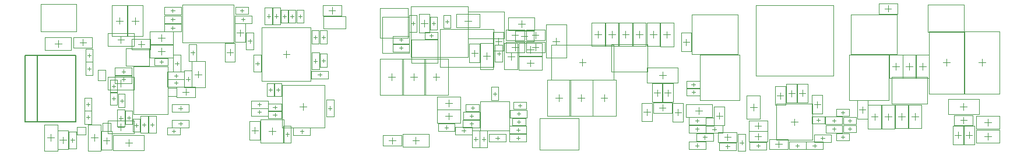
<source format=gbr>
%TF.GenerationSoftware,Altium Limited,Altium Designer,19.0.15 (446)*%
G04 Layer_Color=32768*
%FSLAX45Y45*%
%MOMM*%
%TF.FileFunction,Other,Mechanical_15*%
%TF.Part,Single*%
G01*
G75*
%TA.AperFunction,NonConductor*%
%ADD106C,0.20000*%
%ADD136C,0.10000*%
%ADD202C,0.05000*%
%ADD203C,0.05080*%
D106*
X960054Y2414052D02*
X1136055D01*
X960054Y1454052D02*
Y2414052D01*
X1136055Y1454052D02*
Y2414052D01*
X960054Y1454052D02*
X1700055D01*
Y2414052D01*
X1136055D02*
X1700055D01*
D136*
X7453434Y1322294D02*
X7563434D01*
X7453434Y1077294D02*
X7563434D01*
Y1322294D01*
X7453434Y1077294D02*
Y1322294D01*
X7508435Y1172294D02*
Y1227294D01*
X7480934Y1199794D02*
X7535934D01*
X7567734Y1322262D02*
X7677734D01*
X7567734Y1077262D02*
X7677734D01*
Y1322262D01*
X7567734Y1077262D02*
Y1322262D01*
X7622735Y1172262D02*
Y1227262D01*
X7595234Y1199762D02*
X7650234D01*
X6421087Y2497638D02*
Y2552638D01*
X6393587Y2525138D02*
X6448587D01*
X6298587Y2580138D02*
X6543587D01*
X6298587Y2470138D02*
X6543587D01*
Y2580138D01*
X6298587Y2470138D02*
Y2580138D01*
X6421087Y2616220D02*
Y2671219D01*
X6393587Y2643720D02*
X6448587D01*
X6298587Y2588719D02*
X6543587D01*
X6298587Y2698720D02*
X6543587D01*
X6298587Y2588719D02*
Y2698720D01*
X6543587Y2588719D02*
Y2698720D01*
X6837055Y2701834D02*
X6889055D01*
X6863055Y2675834D02*
Y2727834D01*
X7089580Y2881287D02*
Y2933287D01*
X7063580Y2907287D02*
X7115580D01*
X6896076Y2855287D02*
Y2907287D01*
X6870076Y2881287D02*
X6922076D01*
X6711416Y2881295D02*
X6806416D01*
X6758916Y2833795D02*
Y2928795D01*
X6568851Y2881295D02*
X6623851D01*
X6596351Y2853795D02*
Y2908795D01*
X6541351Y2758795D02*
Y3003795D01*
X6651351Y2758795D02*
Y3003795D01*
X6541351D02*
X6651351D01*
X6541351Y2758795D02*
X6651351D01*
X7395275Y2868435D02*
Y2968435D01*
X7345275Y2918435D02*
X7445275D01*
X8374355Y2663243D02*
Y2758243D01*
X8326855Y2710743D02*
X8421854D01*
X8374355Y2487223D02*
Y2582223D01*
X8326855Y2534723D02*
X8421854D01*
X8077175Y2663243D02*
Y2758243D01*
X8029675Y2710743D02*
X8124675D01*
X8077175Y2487223D02*
Y2582223D01*
X8029675Y2534723D02*
X8124675D01*
X7788375Y2621843D02*
X7883375D01*
X7835875Y2574343D02*
Y2669343D01*
X8676159Y2573426D02*
Y2673426D01*
X8626159Y2623426D02*
X8726159D01*
X2352175Y2596275D02*
Y2696275D01*
X2302175Y2646275D02*
X2402175D01*
X2302175Y2008775D02*
X2402175D01*
X2352175Y1958775D02*
Y2058775D01*
Y1323775D02*
Y1423775D01*
X2302175Y1373775D02*
X2402175D01*
X2442855Y1513815D02*
X2494855D01*
X2468855Y1487814D02*
Y1539815D01*
X3116555Y1286475D02*
Y1338475D01*
X3090554Y1312475D02*
X3142555D01*
X2752475Y1287174D02*
X2862475D01*
X2752475Y1532174D02*
X2862475D01*
X2752475Y1287174D02*
Y1532174D01*
X2862475Y1287174D02*
Y1532174D01*
X2807474Y1382175D02*
Y1437175D01*
X2779975Y1409675D02*
X2834975D01*
X3218155Y1397415D02*
Y1452414D01*
X3190655Y1424915D02*
X3245655D01*
X3095654Y1369914D02*
X3340654D01*
X3095654Y1479914D02*
X3340654D01*
Y1369914D02*
Y1479914D01*
X3095654Y1369914D02*
Y1479914D01*
X3095694Y1593874D02*
Y1703874D01*
X3340694Y1593874D02*
Y1703874D01*
X3095694D02*
X3340694D01*
X3095694Y1593874D02*
X3340694D01*
X3190694Y1648875D02*
X3245695D01*
X3218194Y1621374D02*
Y1676374D01*
X3477235Y2091194D02*
Y2191194D01*
X3427235Y2141195D02*
X3527235D01*
X3246855Y1884975D02*
X3341854D01*
X3294355Y1837475D02*
Y1932475D01*
X3299875Y2072474D02*
X3354874D01*
X3327375Y2044974D02*
Y2099974D01*
X3272374Y1949975D02*
Y2194975D01*
X3382374Y1949975D02*
Y2194975D01*
X3272374Y1949975D02*
X3382374D01*
X3272374Y2194975D02*
X3382374D01*
X3274623Y1961735D02*
Y2071735D01*
X3029623Y1961735D02*
Y2071735D01*
Y1961735D02*
X3274623D01*
X3029623Y2071735D02*
X3274623D01*
X3124622Y2016735D02*
X3179623D01*
X3152122Y1989235D02*
Y2044235D01*
X3274615Y2065875D02*
Y2175875D01*
X3029615Y2065875D02*
Y2175875D01*
Y2065875D02*
X3274615D01*
X3029615Y2175875D02*
X3274615D01*
X3124615Y2120875D02*
X3179615D01*
X3152115Y2093375D02*
Y2148375D01*
X3110515Y2177094D02*
X3220515D01*
X3110515Y2422094D02*
X3220515D01*
X3110515Y2177094D02*
Y2422094D01*
X3220515Y2177094D02*
Y2422094D01*
X3165515Y2272095D02*
Y2327095D01*
X3138015Y2299595D02*
X3193015D01*
X3340955Y2333654D02*
X3450955D01*
X3340955Y2578654D02*
X3450955D01*
X3340955Y2333654D02*
Y2578654D01*
X3450955Y2333654D02*
Y2578654D01*
X3395955Y2428655D02*
Y2483655D01*
X3368455Y2456155D02*
X3423455D01*
X2937474Y2294474D02*
Y2346474D01*
X2911474Y2320474D02*
X2963475D01*
X2887818Y2670474D02*
X2987819D01*
X2937818Y2620474D02*
Y2720474D01*
X2646655Y2530775D02*
Y2625775D01*
X2599155Y2578275D02*
X2694155D01*
X2549535Y1401235D02*
X2601535D01*
X2575535Y1375235D02*
Y1427235D01*
X2413974Y1147475D02*
X2513974D01*
X2463974Y1097475D02*
Y1197475D01*
X2143975Y1129975D02*
Y1224974D01*
X2096475Y1177474D02*
X2191475D01*
X1918975Y1219975D02*
X2018975D01*
X1968975Y1169975D02*
Y1269975D01*
X1851443Y1516355D02*
X1903442D01*
X1877443Y1490355D02*
Y1542355D01*
X2632295Y1287174D02*
X2742295D01*
X2632295Y1532174D02*
X2742295D01*
X2632295Y1287174D02*
Y1532174D01*
X2742295Y1287174D02*
Y1532174D01*
X2687295Y1382175D02*
Y1437175D01*
X2659795Y1409675D02*
X2714795D01*
X2324515Y1505535D02*
X2379515D01*
X2352015Y1478035D02*
Y1533035D01*
X2407015Y1383035D02*
Y1628035D01*
X2297015Y1383035D02*
Y1628035D01*
X2407015D01*
X2297015Y1383035D02*
X2407015D01*
X2361823Y1733647D02*
Y1785647D01*
X2335823Y1759647D02*
X2387823D01*
X2223975Y1787799D02*
X2275975D01*
X2249975Y1761799D02*
Y1813799D01*
X2512195Y2012435D02*
Y2122435D01*
X2267195Y2012435D02*
Y2122435D01*
Y2012435D02*
X2512195D01*
X2267195Y2122435D02*
X2512195D01*
X2362194Y2067435D02*
X2417195D01*
X2389694Y2039935D02*
Y2094935D01*
X2223974Y1969975D02*
X2275974D01*
X2249974Y1943975D02*
Y1995975D01*
X2512195Y2127475D02*
Y2237475D01*
X2267195Y2127475D02*
Y2237475D01*
Y2127475D02*
X2512195D01*
X2267195Y2237475D02*
X2512195D01*
X2362194Y2182475D02*
X2417195D01*
X2389694Y2154975D02*
Y2209975D01*
X1851035Y1705414D02*
X1903035D01*
X1877035Y1679414D02*
Y1731414D01*
X3227475Y2759975D02*
Y2869975D01*
X2982475Y2759975D02*
Y2869975D01*
Y2759975D02*
X3227475D01*
X2982475Y2869975D02*
X3227475D01*
X3077474Y2814975D02*
X3132475D01*
X3104974Y2787475D02*
Y2842475D01*
X3227475Y3012975D02*
Y3122975D01*
X2982475Y3012975D02*
Y3122975D01*
Y3012975D02*
X3227475D01*
X2982475Y3122975D02*
X3227475D01*
X3077474Y3067975D02*
X3132475D01*
X3104974Y3040475D02*
Y3095475D01*
X3227475Y2884975D02*
Y2994975D01*
X2982475Y2884975D02*
Y2994975D01*
Y2884975D02*
X3227475D01*
X2982475Y2994975D02*
X3227475D01*
X3077474Y2939975D02*
X3132475D01*
X3104974Y2912475D02*
Y2967475D01*
X3889475Y2462055D02*
X3984475D01*
X3936975Y2414555D02*
Y2509555D01*
X4036474Y2744540D02*
X4131474D01*
X4083974Y2697040D02*
Y2792040D01*
X4109975Y3041475D02*
Y3093475D01*
X4083974Y3067475D02*
X4135974D01*
X5239995Y2108032D02*
Y2163032D01*
X5212495Y2135532D02*
X5267495D01*
X5117495Y2190532D02*
X5362495D01*
X5117495Y2080532D02*
X5362495D01*
X5117495D02*
Y2190532D01*
X5362495Y2080532D02*
Y2190532D01*
X5269318Y2343078D02*
X5321318D01*
X5295318Y2317078D02*
Y2369078D01*
X5148995Y2334235D02*
X5203995D01*
X5176495Y2306735D02*
Y2361735D01*
X5231495Y2211734D02*
Y2456734D01*
X5121495Y2211734D02*
Y2456734D01*
X5231495D01*
X5121495Y2211734D02*
X5231495D01*
X9322275Y1795755D02*
X9422275D01*
X9372275Y1745754D02*
Y1845754D01*
X8990364Y1798073D02*
X9090364D01*
X9040364Y1748072D02*
Y1848073D01*
X8662175Y1798076D02*
X8762175D01*
X8712175Y1748076D02*
Y1848076D01*
X7433755Y1655891D02*
X7485755D01*
X7459755Y1629891D02*
Y1681890D01*
X7782475Y1835131D02*
Y1887131D01*
X7756475Y1861131D02*
X7808475D01*
X7117677Y1669975D02*
Y1769975D01*
X7067676Y1719974D02*
X7167677D01*
X8107724Y1452414D02*
X8159724D01*
X8133724Y1426414D02*
Y1478414D01*
X8121025Y1686984D02*
X8173025D01*
X8147025Y1660984D02*
Y1712984D01*
X12810475Y1228935D02*
X12862476D01*
X12836475Y1202935D02*
Y1254934D01*
X11095275Y1290423D02*
Y1400423D01*
X10850275Y1290423D02*
Y1400423D01*
Y1290423D02*
X11095275D01*
X10850275Y1400423D02*
X11095275D01*
X10945275Y1345423D02*
X11000275D01*
X10972775Y1317923D02*
Y1372923D01*
X10722475Y1319975D02*
Y1374975D01*
X10694975Y1347475D02*
X10749975D01*
X10599975Y1402475D02*
X10844975D01*
X10599975Y1292475D02*
X10844975D01*
X10599975D02*
Y1402475D01*
X10844975Y1292475D02*
Y1402475D01*
X11044975Y1489975D02*
Y1584974D01*
X10997475Y1537475D02*
X11092475D01*
X10722475Y1439975D02*
Y1494975D01*
X10694975Y1467475D02*
X10749975D01*
X10599975Y1522475D02*
X10844975D01*
X10599975Y1412475D02*
X10844975D01*
X10599975D02*
Y1522475D01*
X10844975Y1412475D02*
Y1522475D01*
X10700250Y1610102D02*
X10800250D01*
X10750250Y1560103D02*
Y1660102D01*
X9946635Y1591076D02*
X10041635D01*
X9994135Y1543576D02*
Y1638576D01*
X12179974Y1077474D02*
Y1132474D01*
X12152474Y1104974D02*
X12207474D01*
X12057474Y1049974D02*
X12302474D01*
X12057474Y1159974D02*
X12302474D01*
Y1049974D02*
Y1159974D01*
X12057474Y1049974D02*
Y1159974D01*
X11907475Y1078972D02*
Y1173971D01*
X11859975Y1126472D02*
X11954975D01*
X11608955Y1075174D02*
Y1130174D01*
X11581455Y1102674D02*
X11636455D01*
X11486455Y1047674D02*
X11731455D01*
X11486455Y1157674D02*
X11731455D01*
Y1047674D02*
Y1157674D01*
X11486455Y1047674D02*
Y1157674D01*
X11342475Y1149975D02*
X11397475D01*
X11369975Y1122475D02*
Y1177475D01*
X11424975Y1027474D02*
Y1272474D01*
X11314975Y1027474D02*
Y1272474D01*
X11424975D01*
X11314975Y1027474D02*
X11424975D01*
X10249974Y1871757D02*
X10344974D01*
X10297474Y1824257D02*
Y1919257D01*
X10219975Y1609334D02*
Y1704333D01*
X10172475Y1656833D02*
X10267475D01*
X10094974Y1871757D02*
X10189975D01*
X10142475Y1824257D02*
Y1919257D01*
X10396955Y1588808D02*
X10491955D01*
X10444455Y1541308D02*
Y1636308D01*
X10836084Y1199975D02*
Y1254975D01*
X10808584Y1227475D02*
X10863584D01*
X10713584Y1282475D02*
X10958584D01*
X10713584Y1172475D02*
X10958584D01*
X10713584D02*
Y1282475D01*
X10958584Y1172475D02*
Y1282475D01*
X10722475Y1079974D02*
Y1134974D01*
X10694975Y1107474D02*
X10749975D01*
X10599975Y1162474D02*
X10844975D01*
X10599975Y1052474D02*
X10844975D01*
X10599975D02*
Y1162474D01*
X10844975Y1052474D02*
Y1162474D01*
X11164426Y1179975D02*
Y1274974D01*
X11116926Y1227475D02*
X11211927D01*
X11165195Y1065813D02*
Y1120813D01*
X11137695Y1093313D02*
X11192695D01*
X11042695Y1038313D02*
X11287695D01*
X11042695Y1148313D02*
X11287695D01*
Y1038313D02*
Y1148313D01*
X11042695Y1038313D02*
Y1148313D01*
X12810474Y1586295D02*
X12862474D01*
X12836475Y1560295D02*
Y1612295D01*
X12914973Y1468795D02*
X12966974D01*
X12940974Y1442795D02*
Y1494795D01*
X12429974Y1077474D02*
Y1132474D01*
X12402474Y1104974D02*
X12457474D01*
X12307474Y1049974D02*
X12552474D01*
X12307474Y1159974D02*
X12552474D01*
Y1049974D02*
Y1159974D01*
X12307474Y1049974D02*
Y1159974D01*
X12544975Y1184935D02*
Y1239935D01*
X12517475Y1212435D02*
X12572475D01*
X12422475Y1267435D02*
X12667475D01*
X12422475Y1157435D02*
X12667475D01*
X12422475D02*
Y1267435D01*
X12667475Y1157435D02*
Y1267435D01*
X12456475Y1477635D02*
X12508475D01*
X12482475Y1451635D02*
Y1503635D01*
X12710974Y1441295D02*
Y1496295D01*
X12683474Y1468795D02*
X12738474D01*
X12588474Y1523795D02*
X12833475D01*
X12588474Y1413795D02*
X12833475D01*
X12588474D02*
Y1523795D01*
X12833475Y1413795D02*
Y1523795D01*
X5103115Y1258474D02*
Y1368475D01*
X4858115Y1258474D02*
Y1368475D01*
Y1258474D02*
X5103115D01*
X4858115Y1368475D02*
X5103115D01*
X4953115Y1313474D02*
X5008115D01*
X4980615Y1285975D02*
Y1340974D01*
X2887818Y2475475D02*
X2987818D01*
X2937818Y2425474D02*
Y2525475D01*
X1863735Y2225015D02*
X1915735D01*
X1889735Y2199015D02*
Y2251015D01*
X1863735Y2418055D02*
X1915735D01*
X1889735Y2392054D02*
Y2444055D01*
X1439875Y2533779D02*
Y2633779D01*
X1389875Y2583779D02*
X1489875D01*
X1620935Y1186343D02*
X1675935D01*
X1648435Y1158842D02*
Y1213843D01*
X1703435Y1063842D02*
Y1308842D01*
X1593435Y1063842D02*
Y1308842D01*
X1703435D01*
X1593435Y1063842D02*
X1703435D01*
X1462375Y1186335D02*
X1557375D01*
X1509875Y1138835D02*
Y1233835D01*
X1284875Y1221255D02*
X1384875D01*
X1334875Y1171254D02*
Y1271255D01*
X1800835Y2556303D02*
Y2651304D01*
X1753335Y2603804D02*
X1848335D01*
X2330636Y2869831D02*
Y2969831D01*
X2280636Y2919831D02*
X2380636D01*
X2562686Y2868435D02*
Y2968435D01*
X2512686Y2918435D02*
X2612686D01*
X8302475Y2252475D02*
Y2352475D01*
X8252474Y2302475D02*
X8352475D01*
X8303724Y2449975D02*
Y2549975D01*
X8253724Y2499975D02*
X8353724D01*
X8018642Y2352337D02*
Y2452337D01*
X7968642Y2402337D02*
X8068642D01*
X7614975Y2407474D02*
X7714974D01*
X7664975Y2357475D02*
Y2457475D01*
X7489975Y2399975D02*
Y2494974D01*
X7442475Y2447475D02*
X7537475D01*
X8130515Y1541755D02*
Y1596754D01*
X8103015Y1569255D02*
X8158015D01*
X8008014Y1514255D02*
X8253014D01*
X8008014Y1624255D02*
X8253014D01*
Y1514255D02*
Y1624255D01*
X8008014Y1514255D02*
Y1624255D01*
X8121025Y1306667D02*
Y1361667D01*
X8093525Y1334167D02*
X8148525D01*
X7998525Y1389167D02*
X8243525D01*
X7998525Y1279167D02*
X8243525D01*
X7998525D02*
Y1389167D01*
X8243525Y1279167D02*
Y1389167D01*
X8121594Y1187141D02*
Y1242141D01*
X8094094Y1214641D02*
X8149094D01*
X7999094Y1159641D02*
X8244094D01*
X7999094Y1269641D02*
X8244094D01*
Y1159641D02*
Y1269641D01*
X7999094Y1159641D02*
Y1269641D01*
X7210454Y1268314D02*
Y1378314D01*
X7455454Y1268314D02*
Y1378314D01*
X7210454D02*
X7455454D01*
X7210454Y1268314D02*
X7455454D01*
X7305455Y1323315D02*
X7360455D01*
X7332955Y1295815D02*
Y1350814D01*
X7444715Y1395654D02*
Y1450654D01*
X7417215Y1423154D02*
X7472215D01*
X7322214Y1368154D02*
X7567214D01*
X7322214Y1478154D02*
X7567214D01*
Y1368154D02*
Y1478154D01*
X7322214Y1368154D02*
Y1478154D01*
X7445475Y1508875D02*
Y1563875D01*
X7417975Y1536375D02*
X7472975D01*
X7322975Y1591375D02*
X7567975D01*
X7322975Y1481375D02*
X7567975D01*
X7322975D02*
Y1591375D01*
X7567975Y1481375D02*
Y1591375D01*
X7822475Y1187141D02*
Y1242141D01*
X7794975Y1214641D02*
X7849975D01*
X7699975Y1269641D02*
X7944975D01*
X7699975Y1159641D02*
X7944975D01*
X7699975D02*
Y1269641D01*
X7944975Y1159641D02*
Y1269641D01*
X6958994Y1314034D02*
Y1424034D01*
X7203994Y1314034D02*
Y1424034D01*
X6958994D02*
X7203994D01*
X6958994Y1314034D02*
X7203994D01*
X7053995Y1369035D02*
X7108995D01*
X7081495Y1341535D02*
Y1396534D01*
X7117677Y1482475D02*
Y1582475D01*
X7067676Y1532474D02*
X7167677D01*
X6636195Y1128535D02*
Y1228534D01*
X6586195Y1178535D02*
X6686195D01*
X6293295Y1131038D02*
Y1226038D01*
X6245795Y1178538D02*
X6340795D01*
X6237475Y2104392D02*
X6337475D01*
X6287475Y2054392D02*
Y2154392D01*
X6559975Y2104392D02*
X6659975D01*
X6609975Y2054392D02*
Y2154392D01*
X6882475Y2104392D02*
X6982475D01*
X6932475Y2054392D02*
Y2154392D01*
X7814975Y2442475D02*
X7869975D01*
X7842475Y2414975D02*
Y2469975D01*
X7897475Y2319975D02*
Y2564975D01*
X7787475Y2319975D02*
Y2564975D01*
X7897475D01*
X7787475Y2319975D02*
X7897475D01*
X4250155Y1325855D02*
X4345155D01*
X4297655Y1278355D02*
Y1373355D01*
X4552755Y1263474D02*
Y1363474D01*
X4502755Y1313474D02*
X4602755D01*
X4740255Y1271301D02*
X4795255D01*
X4767755Y1243801D02*
Y1298801D01*
X4712755Y1148801D02*
Y1393801D01*
X4822755Y1148801D02*
Y1393801D01*
X4712755Y1148801D02*
X4822755D01*
X4712755Y1393801D02*
X4822755D01*
X5000935Y1624154D02*
Y1724155D01*
X4950935Y1674154D02*
X5050935D01*
X5362355Y1649154D02*
X5417355D01*
X5389855Y1621654D02*
Y1676655D01*
X5444855Y1526654D02*
Y1771654D01*
X5334855Y1526654D02*
Y1771654D01*
X5444855D01*
X5334855Y1526654D02*
X5444855D01*
X4588359Y1525313D02*
Y1577313D01*
X4562359Y1551313D02*
X4614359D01*
X4588359Y1639613D02*
Y1691613D01*
X4562359Y1665613D02*
X4614359D01*
X4606359Y1919014D02*
X4658359D01*
X4632359Y1893014D02*
Y1945014D01*
X4499631Y1919014D02*
X4551631D01*
X4525631Y1893014D02*
Y1945014D01*
X4242475Y1539174D02*
Y1649175D01*
X4487475Y1539174D02*
Y1649175D01*
X4242475D02*
X4487475D01*
X4242475Y1539174D02*
X4487475D01*
X4337475Y1594175D02*
X4392475D01*
X4364975Y1566675D02*
Y1621674D01*
Y1676675D02*
Y1731674D01*
X4337475Y1704175D02*
X4392475D01*
X4242475Y1649175D02*
X4487475D01*
X4242475Y1759175D02*
X4487475D01*
Y1649175D02*
Y1759175D01*
X4242475Y1649175D02*
Y1759175D01*
X4308255Y2298675D02*
X4363254D01*
X4335755Y2271175D02*
Y2326175D01*
X4280754Y2176175D02*
Y2421175D01*
X4390754Y2176175D02*
Y2421175D01*
X4280754Y2176175D02*
X4390754D01*
X4280754Y2421175D02*
X4390754D01*
X5295335Y2656474D02*
Y2708475D01*
X5269335Y2682474D02*
X5321335D01*
X5176495Y2656215D02*
Y2708215D01*
X5150495Y2682215D02*
X5202495D01*
X4756455Y2381110D02*
Y2481110D01*
X4706454Y2431110D02*
X4806454D01*
X4168994Y2746840D02*
X4278994D01*
X4168994Y2501840D02*
X4278994D01*
Y2746840D01*
X4168994Y2501840D02*
Y2746840D01*
X4223995Y2596840D02*
Y2651840D01*
X4196495Y2624340D02*
X4251494D01*
X4928454Y2985706D02*
X4980454D01*
X4954454Y2959706D02*
Y3011706D01*
X4814154Y2985706D02*
X4866154D01*
X4840154Y2959706D02*
Y3011706D01*
X4699854Y2985706D02*
X4751854D01*
X4725854Y2959706D02*
Y3011706D01*
X4554975Y2864975D02*
X4664975D01*
X4554975Y3109975D02*
X4664975D01*
X4554975Y2864975D02*
Y3109975D01*
X4664975Y2864975D02*
Y3109975D01*
X4609975Y2959975D02*
Y3014975D01*
X4582475Y2987475D02*
X4637475D01*
X4442475Y2864975D02*
X4552475D01*
X4442475Y3109975D02*
X4552475D01*
X4442475Y2864975D02*
Y3109975D01*
X4552475Y2864975D02*
Y3109975D01*
X4497475Y2959975D02*
Y3014975D01*
X4469975Y2987475D02*
X4524975D01*
X4004974Y2884974D02*
Y2994974D01*
X4249974Y2884974D02*
Y2994974D01*
X4004974D02*
X4249974D01*
X4004974Y2884974D02*
X4249974D01*
X4099975Y2939975D02*
X4154975D01*
X4127475Y2912474D02*
Y2967474D01*
X5420335Y3021211D02*
Y3116211D01*
X5372835Y3068711D02*
X5467835D01*
X8172998Y2825655D02*
Y2925655D01*
X8122998Y2875655D02*
X8222998D01*
X8212175Y2649955D02*
Y2744955D01*
X8164675Y2697455D02*
X8259674D01*
X10219974Y2079257D02*
Y2179257D01*
X10169975Y2129257D02*
X10269974D01*
X10234988Y2717195D02*
X10334988D01*
X10284988Y2667195D02*
Y2767195D01*
X10036760Y2718338D02*
X10136760D01*
X10086760Y2668338D02*
Y2768338D01*
X9835689Y2718338D02*
X9935689D01*
X9885689Y2668338D02*
Y2768338D01*
X9634618Y2718338D02*
X9734618D01*
X9684618Y2668338D02*
Y2768338D01*
X9433547Y2718338D02*
X9533547D01*
X9483546Y2668338D02*
Y2768338D01*
X9235505Y2721221D02*
X9335505D01*
X9285505Y2671221D02*
Y2771221D01*
X11607475Y1346935D02*
Y1441934D01*
X11559975Y1394435D02*
X11654975D01*
X11607475Y1190279D02*
Y1285279D01*
X11559975Y1237779D02*
X11654975D01*
X10641395Y1991996D02*
X10693395D01*
X10667395Y1965996D02*
Y2017996D01*
X10641975Y1883096D02*
X10693975D01*
X10667975Y1857096D02*
Y1909096D01*
X10517475Y2609975D02*
X10612475D01*
X10564975Y2562475D02*
Y2657475D01*
X11489974Y1661135D02*
X11589975D01*
X11539975Y1611134D02*
Y1711135D01*
X12137475Y1397475D02*
Y1497475D01*
X12087475Y1447475D02*
X12187475D01*
X12421335Y1704315D02*
X12516334D01*
X12468835Y1656815D02*
Y1751815D01*
X12204021Y1868651D02*
X12299021D01*
X12251521Y1821151D02*
Y1916151D01*
X12047615Y1863909D02*
X12142615D01*
X12095115Y1816409D02*
Y1911408D01*
X11882855Y1828775D02*
X11977854D01*
X11930355Y1781275D02*
Y1876275D01*
X14946126Y1391110D02*
Y1491110D01*
X14896126Y1441110D02*
X14996126D01*
X14946126Y1188610D02*
Y1288610D01*
X14896126Y1238610D02*
X14996126D01*
X14466216Y1257475D02*
X14561215D01*
X14513715Y1209975D02*
Y1304975D01*
X14626215Y1257475D02*
X14721214D01*
X14673715Y1209975D02*
Y1304975D01*
X14593715Y1424975D02*
Y1519975D01*
X14546214Y1472475D02*
X14641216D01*
X14593715Y1622475D02*
Y1722475D01*
X14543715Y1672475D02*
X14643715D01*
X13076157Y1625575D02*
X13171156D01*
X13123656Y1578075D02*
Y1673075D01*
X12711475Y1318935D02*
Y1373935D01*
X12683975Y1346434D02*
X12738975D01*
X12588975Y1401435D02*
X12833975D01*
X12588975Y1291435D02*
X12833975D01*
X12588975D02*
Y1401435D01*
X12833975Y1291435D02*
Y1401435D01*
X13250127Y1523555D02*
X13350127D01*
X13300127Y1473555D02*
Y1573555D01*
X12914954Y1346434D02*
X12966956D01*
X12940955Y1320434D02*
Y1372434D01*
X13447626Y1523555D02*
X13547626D01*
X13497626Y1473555D02*
Y1573555D01*
X13645126Y1524770D02*
X13745126D01*
X13695126Y1474770D02*
Y1574770D01*
X13890126Y1474770D02*
Y1574770D01*
X13840126Y1524770D02*
X13940126D01*
X14298434Y2312473D02*
X14398434D01*
X14348434Y2262472D02*
Y2362473D01*
X14808975Y2312465D02*
X14908975D01*
X14858975Y2262464D02*
Y2362464D01*
X13947475Y2257475D02*
X14047475D01*
X13997475Y2207475D02*
Y2307475D01*
X13754974Y2258338D02*
X13854974D01*
X13804974Y2208338D02*
Y2308338D01*
X13562476Y2257475D02*
X13662476D01*
X13612474Y2207475D02*
Y2307475D01*
X13497475Y3047474D02*
Y3142474D01*
X13449976Y3094975D02*
X13544975D01*
X9057615Y2263376D02*
Y2363377D01*
X9007615Y2313376D02*
X9107615D01*
D202*
X6986080Y2248906D02*
X7767080D01*
X6986080Y2798906D02*
X7767080D01*
X6986080Y2248906D02*
Y2798906D01*
X7767080Y2248906D02*
Y2798906D01*
X6958016Y2305475D02*
Y2647475D01*
X6573016Y2305475D02*
X6958016D01*
X6573016D02*
Y2647475D01*
X6958016D01*
X6768055Y2651834D02*
Y2751834D01*
X6958055Y2651834D02*
Y2751834D01*
X6768055Y2651834D02*
X6958055D01*
X6768055Y2751834D02*
X6958055D01*
X7039580Y3002287D02*
X7139580D01*
X7039580Y2812287D02*
X7139580D01*
X7039580D02*
Y3002287D01*
X7139580Y2812287D02*
Y3002287D01*
X6846076Y2976287D02*
X6946076D01*
X6846076Y2786287D02*
X6946076D01*
X6846076D02*
Y2976287D01*
X6946076Y2786287D02*
Y2976287D01*
X6833916Y2746295D02*
Y3016295D01*
X6683916Y2746295D02*
Y3016295D01*
Y2746295D02*
X6833916D01*
X6683916Y3016295D02*
X6833916D01*
X7225275Y3013435D02*
X7565275D01*
X7225275Y2823435D02*
X7565275D01*
Y3013435D01*
X7225275Y2823435D02*
Y3013435D01*
X8239354Y2785743D02*
X8509355D01*
X8239354Y2635743D02*
X8509355D01*
Y2785743D01*
X8239354Y2635743D02*
Y2785743D01*
Y2609723D02*
X8509355D01*
X8239354Y2459723D02*
X8509355D01*
Y2609723D01*
X8239354Y2459723D02*
Y2609723D01*
X7942175Y2635743D02*
X8212175D01*
X7942175Y2785743D02*
X8212175D01*
X7942175Y2635743D02*
Y2785743D01*
X8212175Y2635743D02*
Y2785743D01*
X7942175Y2459723D02*
X8212175D01*
X7942175Y2609723D02*
X8212175D01*
X7942175Y2459723D02*
Y2609723D01*
X8212175Y2459723D02*
Y2609723D01*
X7910875Y2486843D02*
Y2756843D01*
X7760875Y2486843D02*
Y2756843D01*
Y2486843D02*
X7910875D01*
X7760875Y2756843D02*
X7910875D01*
X8526159Y2383426D02*
X8826159D01*
X8526159Y2863426D02*
X8826159D01*
Y2383426D02*
Y2863426D01*
X8526159Y2383426D02*
Y2863426D01*
X2161675Y2741275D02*
X2542675D01*
X2161675Y2551275D02*
X2542675D01*
Y2741275D01*
X2161675Y2551275D02*
Y2741275D01*
Y1913775D02*
Y2103775D01*
X2542675Y1913775D02*
Y2103775D01*
X2161675Y1913775D02*
X2542675D01*
X2161675Y2103775D02*
X2542675D01*
X2161675Y1468775D02*
X2542675D01*
X2161675Y1278775D02*
X2542675D01*
Y1468775D01*
X2161675Y1278775D02*
Y1468775D01*
X2418854Y1418815D02*
Y1608814D01*
X2518854Y1418815D02*
Y1608814D01*
X2418854Y1418815D02*
X2518854D01*
X2418854Y1608814D02*
X2518854D01*
X3021555Y1362475D02*
X3211554D01*
X3021555Y1262475D02*
X3211554D01*
X3021555D02*
Y1362475D01*
X3211554Y1262475D02*
Y1362475D01*
X3382235Y2331695D02*
X3572235D01*
X3382235Y1950695D02*
X3572235D01*
Y2331695D01*
X3382235Y1950695D02*
Y2331695D01*
X3159354Y1809975D02*
Y1959975D01*
X3429355Y1809975D02*
Y1959975D01*
X3159354D02*
X3429355D01*
X3159354Y1809975D02*
X3429355D01*
X3034235Y1941654D02*
X3158234D01*
Y1827655D02*
Y1941654D01*
X3034235Y1827655D02*
X3158234D01*
X3034235D02*
Y1941654D01*
X2842475Y2270474D02*
X3032475D01*
X2842475Y2370474D02*
X3032475D01*
Y2270474D02*
Y2370474D01*
X2842475Y2270474D02*
Y2370474D01*
X3107819Y2575474D02*
Y2765474D01*
X2767818Y2575474D02*
Y2765474D01*
Y2575474D02*
X3107819D01*
X2767818Y2765474D02*
X3107819D01*
X2511655Y2503275D02*
X2781655D01*
X2511655Y2653275D02*
X2781655D01*
Y2503275D02*
Y2653275D01*
X2511655Y2503275D02*
Y2653275D01*
X2537955Y1560414D02*
X3032955D01*
Y2255415D01*
X2537955D02*
X3032955D01*
X2537955Y1560414D02*
Y2255415D01*
X2625535Y1306235D02*
Y1496235D01*
X2525535Y1306235D02*
Y1496235D01*
X2625535D01*
X2525535Y1306235D02*
X2625535D01*
X2238974Y1037475D02*
Y1257475D01*
X2688974Y1037475D02*
Y1257475D01*
X2238974D02*
X2688974D01*
X2238974Y1037475D02*
X2688974D01*
X2068975Y1312475D02*
X2218975D01*
X2068975Y1042474D02*
X2218975D01*
Y1312475D01*
X2068975Y1042474D02*
Y1312475D01*
X1873975Y1029475D02*
Y1410475D01*
X2063975Y1029475D02*
Y1410475D01*
X1873975Y1029475D02*
X2063975D01*
X1873975Y1410475D02*
X2063975D01*
X1927443Y1421355D02*
Y1611355D01*
X1827443Y1421355D02*
Y1611355D01*
X1927443D01*
X1827443Y1421355D02*
X1927443D01*
X2201974Y1312975D02*
Y1436975D01*
X2087974Y1312975D02*
X2201974D01*
X2087974D02*
Y1436975D01*
X2201974D01*
X2311823Y1854647D02*
X2411823D01*
X2311823Y1664647D02*
X2411823D01*
Y1854647D01*
X2311823Y1664647D02*
Y1854647D01*
X2199975Y1692799D02*
Y1882799D01*
X2299975Y1692799D02*
Y1882799D01*
X2199975Y1692799D02*
X2299975D01*
X2199975Y1882799D02*
X2299975D01*
Y1874975D02*
Y2064975D01*
X2199975Y1874975D02*
Y2064975D01*
X2299975D01*
X2199975Y1874975D02*
X2299975D01*
X2017615Y2051435D02*
Y2201435D01*
Y2051435D02*
X2127614D01*
Y2201435D01*
X2017615D02*
X2127614D01*
X1827034Y1610414D02*
Y1800414D01*
X1927034Y1610414D02*
Y1800414D01*
X1827034Y1610414D02*
X1927034D01*
X1827034Y1800414D02*
X1927034D01*
X3246475Y3152475D02*
X3988475D01*
X3246475Y2602475D02*
X3988475D01*
X3246475D02*
Y3152475D01*
X3988475Y2602475D02*
Y3152475D01*
X3861975Y2327055D02*
Y2597055D01*
X4011975Y2327055D02*
Y2597055D01*
X3861975Y2327055D02*
X4011975D01*
X3861975Y2597055D02*
X4011975D01*
X4008974Y2609540D02*
Y2879540D01*
X4158974Y2609540D02*
Y2879540D01*
X4008974Y2609540D02*
X4158974D01*
X4008974Y2879540D02*
X4158974D01*
X4014974Y3117475D02*
X4204974D01*
X4014974Y3017475D02*
X4204974D01*
X4014974D02*
Y3117475D01*
X4204974Y3017475D02*
Y3117475D01*
X5345318Y2248078D02*
Y2438078D01*
X5245318Y2248078D02*
Y2438078D01*
X5345318D01*
X5245318Y2248078D02*
X5345318D01*
X9542275Y1534755D02*
Y2056755D01*
X9202275Y1534755D02*
Y2056755D01*
X9542275D01*
X9202275Y1534755D02*
X9542275D01*
X9210364Y1537073D02*
Y2059073D01*
X8870364Y1537073D02*
Y2059073D01*
X9210364D01*
X8870364Y1537073D02*
X9210364D01*
X8882175Y1537076D02*
Y2059076D01*
X8542175Y1537076D02*
Y2059076D01*
X8882175D01*
X8542175Y1537076D02*
X8882175D01*
X7554755Y1605891D02*
Y1705891D01*
X7364755Y1605891D02*
Y1705891D01*
Y1605891D02*
X7554755D01*
X7364755Y1705891D02*
X7554755D01*
X7732475Y1956131D02*
X7832475D01*
X7732475Y1766131D02*
X7832475D01*
Y1956131D01*
X7732475Y1766131D02*
Y1956131D01*
X6947676Y1624975D02*
X7287677D01*
X6947676Y1814975D02*
X7287677D01*
Y1624975D02*
Y1814975D01*
X6947676Y1624975D02*
Y1814975D01*
X7571975Y1745475D02*
X7992975D01*
X7571975Y1324475D02*
X7992975D01*
X7571975D02*
Y1745475D01*
X7992975Y1324475D02*
Y1745475D01*
X8228724Y1402415D02*
Y1502415D01*
X8038724Y1402415D02*
Y1502415D01*
Y1402415D02*
X8228724D01*
X8038724Y1502415D02*
X8228724D01*
X8052025Y1636984D02*
Y1736984D01*
X8242025Y1636984D02*
Y1736984D01*
X8052025D02*
X8242025D01*
X8052025Y1636984D02*
X8242025D01*
X12931474Y1178935D02*
Y1278935D01*
X12741475Y1178935D02*
Y1278935D01*
Y1178935D02*
X12931474D01*
X12741475Y1278935D02*
X12931474D01*
X10969975Y1402474D02*
X11119974D01*
X10969975Y1672475D02*
X11119974D01*
X10969975Y1402474D02*
Y1672475D01*
X11119974Y1402474D02*
Y1672475D01*
X10559750Y1515102D02*
Y1705103D01*
X10940750Y1515102D02*
Y1705103D01*
X10559750D02*
X10940750D01*
X10559750Y1515102D02*
X10940750D01*
X10069135Y1456076D02*
Y1726076D01*
X9919135Y1456076D02*
Y1726076D01*
X10069135D01*
X9919135Y1456076D02*
X10069135D01*
X11772475Y1051472D02*
X12042475D01*
X11772475Y1201472D02*
X12042475D01*
Y1051472D02*
Y1201472D01*
X11772475Y1051472D02*
Y1201472D01*
X10372474Y1736757D02*
Y2006757D01*
X10222474Y1736757D02*
Y2006757D01*
X10372474D01*
X10222474Y1736757D02*
X10372474D01*
X10084975Y1731833D02*
X10354975D01*
X10084975Y1581834D02*
X10354975D01*
X10084975D02*
Y1731833D01*
X10354975Y1581834D02*
Y1731833D01*
X10217474Y1736757D02*
Y2006757D01*
X10067474Y1736757D02*
Y2006757D01*
X10217474D01*
X10067474Y1736757D02*
X10217474D01*
X10519455Y1453808D02*
Y1723808D01*
X10369455Y1453808D02*
Y1723808D01*
X10519455D01*
X10369455Y1453808D02*
X10519455D01*
X11029427Y1152474D02*
X11299426D01*
X11029427Y1302474D02*
X11299426D01*
Y1152474D02*
Y1302474D01*
X11029427Y1152474D02*
Y1302474D01*
X12931474Y1536295D02*
Y1636295D01*
X12741474Y1536295D02*
Y1636295D01*
Y1536295D02*
X12931474D01*
X12741474Y1636295D02*
X12931474D01*
X13035974Y1418795D02*
Y1518795D01*
X12845975Y1418795D02*
Y1518795D01*
Y1418795D02*
X13035974D01*
X12845975Y1518795D02*
X13035974D01*
X12387475Y1427634D02*
Y1527634D01*
X12577475Y1427634D02*
Y1527634D01*
X12387475D02*
X12577475D01*
X12387475Y1427634D02*
X12577475D01*
X3107818Y2380475D02*
Y2570474D01*
X2767818Y2380475D02*
Y2570474D01*
Y2380475D02*
X3107818D01*
X2767818Y2570474D02*
X3107818D01*
X2427474Y2514975D02*
X2762475D01*
X2427474Y2264975D02*
X2762475D01*
X2427474D02*
Y2514975D01*
X2762475Y2264975D02*
Y2514975D01*
X1939735Y2130015D02*
Y2320015D01*
X1839735Y2130015D02*
Y2320015D01*
X1939735D01*
X1839735Y2130015D02*
X1939735D01*
X1839734Y2323055D02*
Y2513054D01*
X1939734Y2323055D02*
Y2513054D01*
X1839734Y2323055D02*
X1939734D01*
X1839734Y2513054D02*
X1939734D01*
X1249375Y2488779D02*
X1630375D01*
X1249375Y2678779D02*
X1630375D01*
Y2488779D02*
Y2678779D01*
X1249375Y2488779D02*
Y2678779D01*
X1434875Y1051335D02*
Y1321335D01*
X1584875Y1051335D02*
Y1321335D01*
X1434875Y1051335D02*
X1584875D01*
X1434875Y1321335D02*
X1584875D01*
X1715975Y1261235D02*
X1839974D01*
X1715975D02*
Y1375234D01*
X1839974D01*
Y1261235D02*
Y1375234D01*
X1239875Y1030755D02*
Y1411755D01*
X1429875Y1030755D02*
Y1411755D01*
X1239875Y1030755D02*
X1429875D01*
X1239875Y1411755D02*
X1429875D01*
X1665835Y2678803D02*
X1935835D01*
X1665835Y2528803D02*
X1935835D01*
X1665835D02*
Y2678803D01*
X1935835Y2528803D02*
Y2678803D01*
X1187775Y3160655D02*
X1707775D01*
Y2767655D02*
Y3160655D01*
X1187775Y2767655D02*
X1707775D01*
X1187775D02*
Y3160655D01*
X2220636Y2694831D02*
X2440636D01*
X2220636Y3144831D02*
X2440636D01*
X2220636Y2694831D02*
Y3144831D01*
X2440636Y2694831D02*
Y3144831D01*
X2452686Y2693435D02*
X2672686D01*
X2452686Y3143435D02*
X2672686D01*
X2452686Y2693435D02*
Y3143435D01*
X2672686Y2693435D02*
Y3143435D01*
X8132474Y2207475D02*
X8472475D01*
X8132474Y2397475D02*
X8472475D01*
Y2207475D02*
Y2397475D01*
X8132474Y2207475D02*
Y2397475D01*
X8133724Y2404975D02*
X8473724D01*
X8133724Y2594975D02*
X8473724D01*
Y2404975D02*
Y2594975D01*
X8133724Y2404975D02*
Y2594975D01*
X7923642Y2211837D02*
X8113642D01*
X7923642Y2592837D02*
X8113642D01*
X7923642Y2211837D02*
Y2592837D01*
X8113642Y2211837D02*
Y2592837D01*
X7759975Y2216974D02*
Y2597974D01*
X7569974Y2216974D02*
Y2597974D01*
X7759975D01*
X7569974Y2216974D02*
X7759975D01*
X7414975Y2312474D02*
X7564974D01*
X7414975Y2582475D02*
X7564974D01*
X7414975Y2312474D02*
Y2582475D01*
X7564974Y2312474D02*
Y2582475D01*
X6947676Y1437475D02*
X7287677D01*
X6947676Y1627475D02*
X7287677D01*
Y1437475D02*
Y1627475D01*
X6947676Y1437475D02*
Y1627475D01*
X6445695Y1273535D02*
X6826695D01*
X6445695Y1083535D02*
X6826695D01*
X6445695D02*
Y1273535D01*
X6826695Y1083535D02*
Y1273535D01*
X6158295Y1103539D02*
X6428295D01*
X6158295Y1253539D02*
X6428295D01*
Y1103539D02*
Y1253539D01*
X6158295Y1103539D02*
Y1253539D01*
X6117475Y1843392D02*
Y2365392D01*
X6457475Y1843392D02*
Y2365392D01*
X6117475Y1843392D02*
X6457475D01*
X6117475Y2365392D02*
X6457475D01*
X6439975Y1843392D02*
Y2365392D01*
X6779975Y1843392D02*
Y2365392D01*
X6439975Y1843392D02*
X6779975D01*
X6439975Y2365392D02*
X6779975D01*
X6762475Y1843392D02*
Y2365392D01*
X7102475Y1843392D02*
Y2365392D01*
X6762475Y1843392D02*
X7102475D01*
X6762475Y2365392D02*
X7102475D01*
X7395535Y2658435D02*
X7915535D01*
X7395535D02*
Y3051435D01*
X7915535D01*
Y2658435D02*
Y3051435D01*
X6562475Y3130891D02*
X7392475D01*
X6562475Y2390891D02*
Y3130891D01*
Y2390891D02*
X7392475D01*
Y3130891D01*
X4222655Y1190855D02*
Y1460855D01*
X4372655Y1190855D02*
Y1460855D01*
X4222655Y1190855D02*
X4372655D01*
X4222655Y1460855D02*
X4372655D01*
X4382755Y1143474D02*
X4722755D01*
X4382755Y1483474D02*
X4722755D01*
X4382755Y1143474D02*
Y1483474D01*
X4722755Y1143474D02*
Y1483474D01*
X4693435Y1366654D02*
X5308435D01*
X4693435Y1981654D02*
X5308435D01*
Y1366654D02*
Y1981654D01*
X4693435Y1366654D02*
Y1981654D01*
X4493359Y1501313D02*
X4683359D01*
X4493359Y1601313D02*
X4683359D01*
Y1501313D02*
Y1601313D01*
X4493359Y1501313D02*
Y1601313D01*
Y1615613D02*
X4683359D01*
X4493359Y1715613D02*
X4683359D01*
Y1615613D02*
Y1715613D01*
X4493359Y1615613D02*
Y1715613D01*
X4682359Y1824014D02*
Y2014014D01*
X4582359Y1824014D02*
Y2014014D01*
X4682359D01*
X4582359Y1824014D02*
X4682359D01*
X4575631D02*
Y2014014D01*
X4475631Y1824014D02*
Y2014014D01*
X4575631D01*
X4475631Y1824014D02*
X4575631D01*
X5245335Y2587475D02*
X5345335D01*
X5245335Y2777475D02*
X5345335D01*
X5245335Y2587475D02*
Y2777475D01*
X5345335Y2587475D02*
Y2777475D01*
X5126495Y2587215D02*
X5226495D01*
X5126495Y2777215D02*
X5226495D01*
X5126495Y2587215D02*
Y2777215D01*
X5226495Y2587215D02*
Y2777215D01*
X4401454Y2041110D02*
X5111455D01*
X4401454Y2821110D02*
X5111455D01*
X4401454Y2041110D02*
Y2821110D01*
X5111455Y2041110D02*
Y2821110D01*
X4904454Y2890706D02*
Y3080706D01*
X5004454Y2890706D02*
Y3080706D01*
X4904454Y2890706D02*
X5004454D01*
X4904454Y3080706D02*
X5004454D01*
X4790154Y2890706D02*
Y3080706D01*
X4890154Y2890706D02*
Y3080706D01*
X4790154Y2890706D02*
X4890154D01*
X4790154Y3080706D02*
X4890154D01*
X4675854Y2890706D02*
Y3080706D01*
X4775854Y2890706D02*
Y3080706D01*
X4675854Y2890706D02*
X4775854D01*
X4675854Y3080706D02*
X4775854D01*
X5298435Y2983075D02*
X5618435D01*
Y2808075D02*
Y2983075D01*
X5298435Y2808075D02*
X5618435D01*
X5298435D02*
Y2983075D01*
X5285335Y3143711D02*
X5555335D01*
X5285335Y2993711D02*
X5555335D01*
X5285335D02*
Y3143711D01*
X5555335Y2993711D02*
Y3143711D01*
X7982498Y2780655D02*
X8363498D01*
X7982498Y2970655D02*
X8363498D01*
Y2780655D02*
Y2970655D01*
X7982498Y2780655D02*
Y2970655D01*
X8077174Y2622455D02*
X8347175D01*
X8077174Y2772455D02*
X8347175D01*
Y2622455D02*
Y2772455D01*
X8077174Y2622455D02*
Y2772455D01*
X9994974Y2019257D02*
X10444975D01*
X9994974Y2239257D02*
X10444975D01*
Y2019257D02*
Y2239257D01*
X9994974Y2019257D02*
Y2239257D01*
X10189989Y2547195D02*
Y2887195D01*
X10379988Y2547195D02*
Y2887195D01*
X10189989Y2547195D02*
X10379988D01*
X10189989Y2887195D02*
X10379988D01*
X9991760Y2548338D02*
Y2888338D01*
X10181760Y2548338D02*
Y2888338D01*
X9991760Y2548338D02*
X10181760D01*
X9991760Y2888338D02*
X10181760D01*
X9790689Y2548338D02*
Y2888338D01*
X9980689Y2548338D02*
Y2888338D01*
X9790689Y2548338D02*
X9980689D01*
X9790689Y2888338D02*
X9980689D01*
X9589618Y2548338D02*
Y2888338D01*
X9779618Y2548338D02*
Y2888338D01*
X9589618Y2548338D02*
X9779618D01*
X9589618Y2888338D02*
X9779618D01*
X9388547Y2548338D02*
Y2888338D01*
X9578547Y2548338D02*
Y2888338D01*
X9388547Y2548338D02*
X9578547D01*
X9388547Y2888338D02*
X9578547D01*
X9190505Y2551221D02*
Y2891221D01*
X9380505Y2551221D02*
Y2891221D01*
X9190505Y2551221D02*
X9380505D01*
X9190505Y2891221D02*
X9380505D01*
X10850475Y1387975D02*
Y1511975D01*
X10964474D01*
Y1387975D02*
Y1511975D01*
X10850475Y1387975D02*
X10964474D01*
X11472475Y1319434D02*
X11742475D01*
X11472475Y1469434D02*
X11742475D01*
Y1319434D02*
Y1469434D01*
X11472475Y1319434D02*
Y1469434D01*
X11472475Y1162779D02*
X11742475D01*
X11472475Y1312779D02*
X11742475D01*
Y1162779D02*
Y1312779D01*
X11472475Y1162779D02*
Y1312779D01*
X10572395Y1941996D02*
Y2041996D01*
X10762395Y1941996D02*
Y2041996D01*
X10572395D02*
X10762395D01*
X10572395Y1941996D02*
X10762395D01*
X10572975Y1833096D02*
Y1933096D01*
X10762975Y1833096D02*
Y1933096D01*
X10572975D02*
X10762975D01*
X10572975Y1833096D02*
X10762975D01*
X10489975Y2474975D02*
Y2744975D01*
X10639975Y2474975D02*
Y2744975D01*
X10489975Y2474975D02*
X10639975D01*
X10489975Y2744975D02*
X10639975D01*
X10647475Y2437475D02*
Y3007475D01*
Y2437475D02*
X11312475D01*
Y3007475D01*
X10647475D02*
X11312475D01*
X10766975Y2427475D02*
X11336975D01*
X10766975Y1762475D02*
Y2427475D01*
Y1762475D02*
X11336975D01*
Y2427475D01*
X11634974Y1491134D02*
Y1831135D01*
X11444975Y1491134D02*
Y1831135D01*
X11634974D01*
X11444975Y1491134D02*
X11634974D01*
X11874975Y1184975D02*
X12399975D01*
X11874975Y1709975D02*
X12399975D01*
Y1184975D02*
Y1709975D01*
X11874975Y1184975D02*
Y1709975D01*
X12393834Y1569315D02*
Y1839315D01*
X12543834Y1569315D02*
Y1839315D01*
X12393834Y1569315D02*
X12543834D01*
X12393834Y1839315D02*
X12543834D01*
X12176521Y1733651D02*
Y2003651D01*
X12326521Y1733651D02*
Y2003651D01*
X12176521Y1733651D02*
X12326521D01*
X12176521Y2003651D02*
X12326521D01*
X12170115Y1728908D02*
Y1998909D01*
X12020115Y1728908D02*
Y1998909D01*
X12170115D01*
X12020115Y1728908D02*
X12170115D01*
X11855354Y1693775D02*
Y1963775D01*
X12005354Y1693775D02*
Y1963775D01*
X11855354Y1693775D02*
X12005354D01*
X11855354Y1963775D02*
X12005354D01*
X11573635Y2123915D02*
Y3141415D01*
X12706135D01*
X11573635Y2123915D02*
X12706135D01*
Y3141415D01*
X14776126Y1536110D02*
X15116125D01*
X14776126Y1346110D02*
X15116125D01*
X14776126D02*
Y1536110D01*
X15116125Y1346110D02*
Y1536110D01*
X14776126Y1333610D02*
X15116125D01*
X14776126Y1143610D02*
X15116125D01*
X14776126D02*
Y1333610D01*
X15116125Y1143610D02*
Y1333610D01*
X14588715Y1122475D02*
Y1392475D01*
X14438715Y1122475D02*
Y1392475D01*
X14588715D01*
X14438715Y1122475D02*
X14588715D01*
X14748715Y1122475D02*
Y1392475D01*
X14598715Y1122475D02*
Y1392475D01*
X14748715D01*
X14598715Y1122475D02*
X14748715D01*
X14458714Y1397475D02*
X14728716D01*
X14458714Y1547475D02*
X14728716D01*
Y1397475D02*
Y1547475D01*
X14458714Y1397475D02*
Y1547475D01*
X14368715Y1562475D02*
X14818715D01*
X14368715Y1782475D02*
X14818715D01*
Y1562475D02*
Y1782475D01*
X14368715Y1562475D02*
Y1782475D01*
X13198656Y1490575D02*
Y1760575D01*
X13048656Y1490575D02*
Y1760575D01*
X13198656D01*
X13048656Y1490575D02*
X13198656D01*
X13395126Y1353555D02*
Y1693555D01*
X13205125Y1353555D02*
Y1693555D01*
X13395126D01*
X13205125Y1353555D02*
X13395126D01*
X13035954Y1296435D02*
Y1396435D01*
X12845953Y1296435D02*
Y1396435D01*
Y1296435D02*
X13035954D01*
X12845953Y1396435D02*
X13035954D01*
X13592625Y1353555D02*
Y1693555D01*
X13402626Y1353555D02*
Y1693555D01*
X13592625D01*
X13402626Y1353555D02*
X13592625D01*
X13790126Y1354770D02*
Y1694770D01*
X13600127Y1354770D02*
Y1694770D01*
X13790126D01*
X13600127Y1354770D02*
X13790126D01*
X13795126D02*
X13985126D01*
X13795126Y1694770D02*
X13985126D01*
X13795126Y1354770D02*
Y1694770D01*
X13985126Y1354770D02*
Y1694770D01*
X14603435Y1857473D02*
Y2767472D01*
X14093436Y1857473D02*
Y2767472D01*
X14603435D01*
X14093436Y1857473D02*
X14603435D01*
X15113976Y1857464D02*
Y2767464D01*
X14603975Y1857464D02*
Y2767464D01*
X15113976D01*
X14603975Y1857464D02*
X15113976D01*
X12935475Y2428338D02*
X13505475D01*
X12935475Y1763338D02*
Y2428338D01*
Y1763338D02*
X13505475D01*
Y2428338D01*
X13902475Y2087475D02*
Y2427475D01*
X14092474Y2087475D02*
Y2427475D01*
X13902475Y2087475D02*
X14092474D01*
X13902475Y2427475D02*
X14092474D01*
X13709975Y2088338D02*
Y2428338D01*
X13899974Y2088338D02*
Y2428338D01*
X13709975Y2088338D02*
X13899974D01*
X13709975Y2428338D02*
X13899974D01*
X13517474Y2087475D02*
Y2427475D01*
X13707474Y2087475D02*
Y2427475D01*
X13517474Y2087475D02*
X13707474D01*
X13517474Y2427475D02*
X13707474D01*
X14598276Y2757495D02*
Y3150495D01*
X14078275D02*
X14598276D01*
X14078275Y2757495D02*
Y3150495D01*
Y2757495D02*
X14598276D01*
X13547475Y2103975D02*
X14067474D01*
Y1710975D02*
Y2103975D01*
X13547475Y1710975D02*
X14067474D01*
X13547475D02*
Y2103975D01*
X13362476Y3019974D02*
X13632475D01*
X13362476Y3169974D02*
X13632475D01*
Y3019974D02*
Y3169974D01*
X13362476Y3019974D02*
Y3169974D01*
X13623476Y2437339D02*
Y3007338D01*
X12958475D02*
X13623476D01*
X12958475Y2437339D02*
Y3007338D01*
Y2437339D02*
X13623476D01*
X8434795Y1497975D02*
X9004795D01*
Y1041975D02*
Y1497975D01*
X8434795Y1041975D02*
X9004795D01*
X8434795D02*
Y1497975D01*
X9479476Y2180472D02*
X9999476D01*
X9479476D02*
Y2573472D01*
X9999476D01*
Y2180472D02*
Y2573472D01*
X8602615Y2568376D02*
X9512615D01*
X8602615Y2058376D02*
X9512615D01*
X8602615D02*
Y2568376D01*
X9512615Y2058376D02*
Y2568376D01*
X6538974Y2454215D02*
Y2974215D01*
X6145974Y2454215D02*
X6538974D01*
X6145974D02*
Y2974215D01*
X6538974D01*
D203*
X6115675Y2668875D02*
X6520275D01*
X6115675Y3105475D02*
X6520275D01*
X6115675Y2668875D02*
Y3105475D01*
X6520275Y2668875D02*
Y3105475D01*
%TF.MD5,f83972ef5bc3109ecd6bf54a1403ce75*%
M02*

</source>
